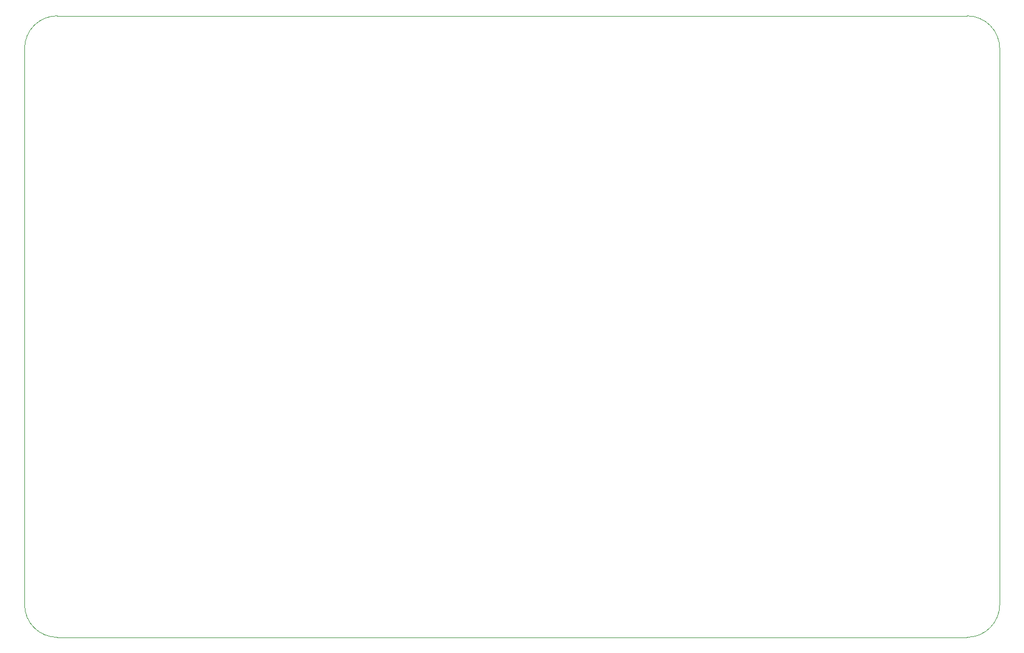
<source format=gbr>
G04 #@! TF.GenerationSoftware,KiCad,Pcbnew,9.0.4*
G04 #@! TF.CreationDate,2025-09-19T17:16:51+02:00*
G04 #@! TF.ProjectId,mobo,6d6f626f-2e6b-4696-9361-645f70636258,REV05*
G04 #@! TF.SameCoordinates,Original*
G04 #@! TF.FileFunction,Profile,NP*
%FSLAX46Y46*%
G04 Gerber Fmt 4.6, Leading zero omitted, Abs format (unit mm)*
G04 Created by KiCad (PCBNEW 9.0.4) date 2025-09-19 17:16:51*
%MOMM*%
%LPD*%
G01*
G04 APERTURE LIST*
G04 #@! TA.AperFunction,Profile*
%ADD10C,0.050000*%
G04 #@! TD*
G04 APERTURE END LIST*
D10*
X215600000Y-140000000D02*
G75*
G02*
X210600000Y-145000000I-5000000J0D01*
G01*
X215600000Y-55000000D02*
X215600000Y-130000000D01*
X71600000Y-145000000D02*
G75*
G02*
X66600000Y-140000000I0J5000000D01*
G01*
X210600000Y-50000000D02*
G75*
G02*
X215600000Y-55000000I0J-5000000D01*
G01*
X71600000Y-50000000D02*
X210600000Y-50000000D01*
X210600000Y-145000000D02*
X71600000Y-145000000D01*
X66600000Y-55000000D02*
G75*
G02*
X71600000Y-50000000I5000000J0D01*
G01*
X66600000Y-55000000D02*
X66600000Y-130000000D01*
X66600000Y-130000000D02*
X66600000Y-140000000D01*
X215600000Y-130000000D02*
X215600000Y-140000000D01*
M02*

</source>
